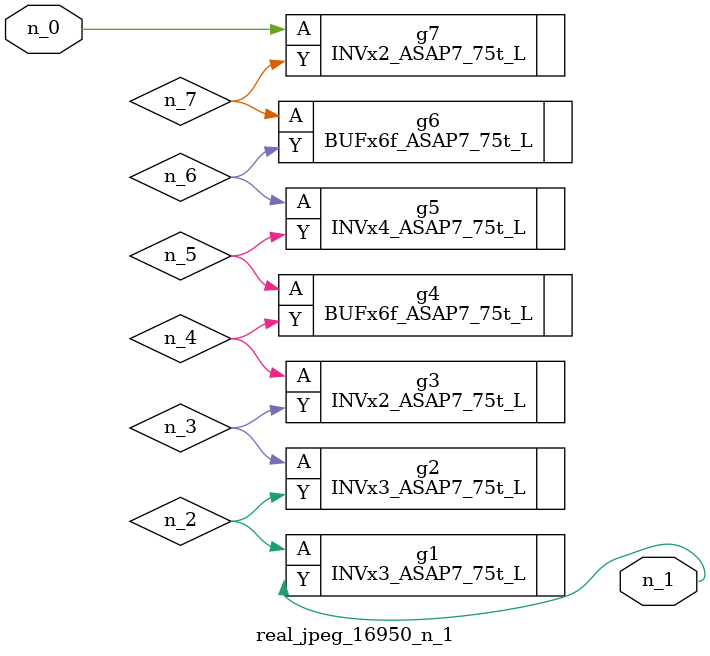
<source format=v>
module real_jpeg_16950_n_1 (n_0, n_1);

input n_0;

output n_1;

wire n_5;
wire n_4;
wire n_2;
wire n_6;
wire n_7;
wire n_3;

INVx2_ASAP7_75t_L g7 ( 
.A(n_0),
.Y(n_7)
);

INVx3_ASAP7_75t_L g1 ( 
.A(n_2),
.Y(n_1)
);

INVx3_ASAP7_75t_L g2 ( 
.A(n_3),
.Y(n_2)
);

INVx2_ASAP7_75t_L g3 ( 
.A(n_4),
.Y(n_3)
);

BUFx6f_ASAP7_75t_L g4 ( 
.A(n_5),
.Y(n_4)
);

INVx4_ASAP7_75t_L g5 ( 
.A(n_6),
.Y(n_5)
);

BUFx6f_ASAP7_75t_L g6 ( 
.A(n_7),
.Y(n_6)
);


endmodule
</source>
